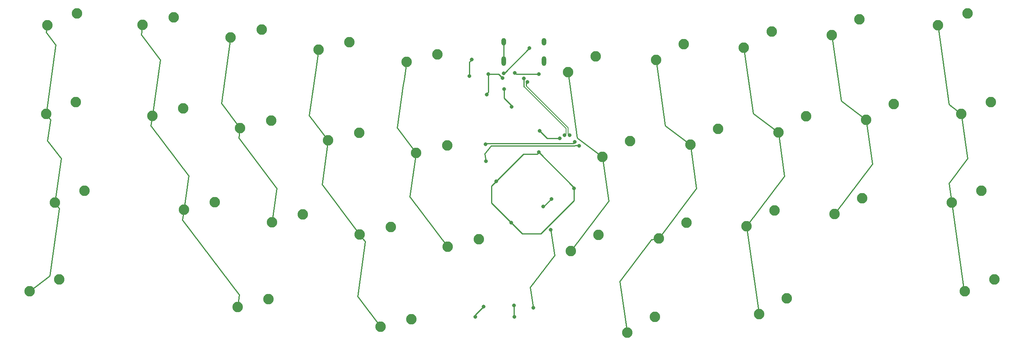
<source format=gbr>
%TF.GenerationSoftware,KiCad,Pcbnew,(5.1.6-0-10_14)*%
%TF.CreationDate,2021-08-16T20:21:43-05:00*%
%TF.ProjectId,Adalyn,4164616c-796e-42e6-9b69-6361645f7063,rev?*%
%TF.SameCoordinates,Original*%
%TF.FileFunction,Copper,L1,Top*%
%TF.FilePolarity,Positive*%
%FSLAX46Y46*%
G04 Gerber Fmt 4.6, Leading zero omitted, Abs format (unit mm)*
G04 Created by KiCad (PCBNEW (5.1.6-0-10_14)) date 2021-08-16 20:21:43*
%MOMM*%
%LPD*%
G01*
G04 APERTURE LIST*
%TA.AperFunction,ComponentPad*%
%ADD10C,2.250000*%
%TD*%
%TA.AperFunction,ComponentPad*%
%ADD11O,1.000000X2.100000*%
%TD*%
%TA.AperFunction,ComponentPad*%
%ADD12O,1.000000X1.600000*%
%TD*%
%TA.AperFunction,ViaPad*%
%ADD13C,0.800000*%
%TD*%
%TA.AperFunction,Conductor*%
%ADD14C,0.250000*%
%TD*%
%TA.AperFunction,Conductor*%
%ADD15C,0.200000*%
%TD*%
G04 APERTURE END LIST*
D10*
%TO.P,MX19,2*%
%TO.N,Net-(D116-Pad1)*%
X121476247Y-113186426D03*
%TO.P,MX19,1*%
%TO.N,Col3*%
X114834545Y-114817958D03*
%TD*%
%TO.P,MX26,2*%
%TO.N,Net-(D116-Pad2)*%
X173677038Y-112629259D03*
%TO.P,MX26,1*%
%TO.N,Col6*%
X167742335Y-116028289D03*
%TD*%
D11*
%TO.P,USB101,13*%
%TO.N,Earth*%
X141284099Y-57750796D03*
X149924099Y-57750796D03*
D12*
X141284099Y-53570796D03*
X149924099Y-53570796D03*
%TD*%
D10*
%TO.P,MX30,2*%
%TO.N,Net-(D117-Pad1)*%
X201973943Y-108652387D03*
%TO.P,MX30,1*%
%TO.N,Col7*%
X196039240Y-112051417D03*
%TD*%
%TO.P,MX38,2*%
%TO.N,Net-(D114-Pad2)*%
X243693100Y-85525798D03*
%TO.P,MX38,1*%
%TO.N,Col9*%
X237343100Y-88065798D03*
%TD*%
%TO.P,MX37,2*%
%TO.N,Net-(D110-Pad2)*%
X245788600Y-66475795D03*
%TO.P,MX37,1*%
%TO.N,Col9*%
X239438600Y-69015795D03*
%TD*%
%TO.P,MX36,2*%
%TO.N,Net-(D105-Pad2)*%
X240740348Y-47425797D03*
%TO.P,MX36,1*%
%TO.N,Col9*%
X234390348Y-49965797D03*
%TD*%
%TO.P,MX35,2*%
%TO.N,Net-(D117-Pad2)*%
X246550597Y-104575797D03*
%TO.P,MX35,1*%
%TO.N,Col9*%
X240200597Y-107115797D03*
%TD*%
%TO.P,MX34,2*%
%TO.N,Net-(D114-Pad1)*%
X218187304Y-87136535D03*
%TO.P,MX34,1*%
%TO.N,Col8*%
X212252601Y-90535565D03*
%TD*%
%TO.P,MX33,2*%
%TO.N,Net-(D110-Pad1)*%
X224968359Y-66946306D03*
%TO.P,MX33,1*%
%TO.N,Col8*%
X219033656Y-70345336D03*
%TD*%
%TO.P,MX32,2*%
%TO.N,Net-(D105-Pad1)*%
X217600962Y-48744509D03*
%TO.P,MX32,1*%
%TO.N,Col8*%
X211666259Y-52143539D03*
%TD*%
%TO.P,MX29,2*%
%TO.N,Net-(D113-Pad2)*%
X199322700Y-89787778D03*
%TO.P,MX29,1*%
%TO.N,Col7*%
X193387997Y-93186808D03*
%TD*%
%TO.P,MX28,2*%
%TO.N,Net-(D109-Pad2)*%
X206103750Y-69597552D03*
%TO.P,MX28,1*%
%TO.N,Col7*%
X200169047Y-72996582D03*
%TD*%
%TO.P,MX27,2*%
%TO.N,Net-(D104-Pad2)*%
X198736352Y-51395753D03*
%TO.P,MX27,1*%
%TO.N,Col7*%
X192801649Y-54794783D03*
%TD*%
%TO.P,MX25,2*%
%TO.N,Net-(D113-Pad1)*%
X180458090Y-92439030D03*
%TO.P,MX25,1*%
%TO.N,Col6*%
X174523387Y-95838060D03*
%TD*%
%TO.P,MX24,2*%
%TO.N,Net-(D109-Pad1)*%
X187239146Y-72248801D03*
%TO.P,MX24,1*%
%TO.N,Col6*%
X181304443Y-75647831D03*
%TD*%
%TO.P,MX23,2*%
%TO.N,Net-(D104-Pad1)*%
X179871751Y-54047006D03*
%TO.P,MX23,1*%
%TO.N,Col6*%
X173937048Y-57446036D03*
%TD*%
%TO.P,MX22,2*%
%TO.N,Net-(D118-Pad2)*%
X161593486Y-95090275D03*
%TO.P,MX22,1*%
%TO.N,Col5*%
X155658783Y-98489305D03*
%TD*%
%TO.P,MX21,2*%
%TO.N,Net-(D108-Pad2)*%
X168374538Y-74900047D03*
%TO.P,MX21,1*%
%TO.N,Col5*%
X162439835Y-78299077D03*
%TD*%
%TO.P,MX20,2*%
%TO.N,Net-(D103-Pad2)*%
X161007141Y-56698250D03*
%TO.P,MX20,1*%
%TO.N,Col5*%
X155072438Y-60097280D03*
%TD*%
%TO.P,MX18,2*%
%TO.N,Net-(D118-Pad1)*%
X135917872Y-95978849D03*
%TO.P,MX18,1*%
%TO.N,Col4*%
X129276170Y-97610381D03*
%TD*%
%TO.P,MX17,2*%
%TO.N,Net-(D108-Pad1)*%
X129136816Y-75788624D03*
%TO.P,MX17,1*%
%TO.N,Col4*%
X122495114Y-77420156D03*
%TD*%
%TO.P,MX16,2*%
%TO.N,Net-(D103-Pad1)*%
X127071913Y-56261201D03*
%TO.P,MX16,1*%
%TO.N,Col4*%
X120430211Y-57892733D03*
%TD*%
%TO.P,MX15,2*%
%TO.N,Net-(D115-Pad2)*%
X90821260Y-108878154D03*
%TO.P,MX15,1*%
%TO.N,Col1*%
X84179558Y-110509686D03*
%TD*%
%TO.P,MX13,2*%
%TO.N,Net-(D112-Pad2)*%
X117053264Y-93327605D03*
%TO.P,MX13,1*%
%TO.N,Col3*%
X110411562Y-94959137D03*
%TD*%
%TO.P,MX12,2*%
%TO.N,Net-(D107-Pad2)*%
X110272212Y-73137372D03*
%TO.P,MX12,1*%
%TO.N,Col3*%
X103630510Y-74768904D03*
%TD*%
%TO.P,MX11,2*%
%TO.N,Net-(D102-Pad2)*%
X108207306Y-53609953D03*
%TO.P,MX11,1*%
%TO.N,Col3*%
X101565604Y-55241485D03*
%TD*%
%TO.P,MX10,2*%
%TO.N,Net-(D115-Pad1)*%
X45954097Y-104575795D03*
%TO.P,MX10,1*%
%TO.N,Col0*%
X39604097Y-107115795D03*
%TD*%
%TO.P,MX9,2*%
%TO.N,Net-(D112-Pad1)*%
X98188657Y-90676359D03*
%TO.P,MX9,1*%
%TO.N,Col2*%
X91546955Y-92307891D03*
%TD*%
%TO.P,MX8,2*%
%TO.N,Net-(D107-Pad1)*%
X91407604Y-70486128D03*
%TO.P,MX8,1*%
%TO.N,Col2*%
X84765902Y-72117660D03*
%TD*%
%TO.P,MX7,2*%
%TO.N,Net-(D102-Pad1)*%
X89342699Y-50958710D03*
%TO.P,MX7,1*%
%TO.N,Col2*%
X82700997Y-52590242D03*
%TD*%
%TO.P,MX6,2*%
%TO.N,Net-(D111-Pad2)*%
X79324053Y-88025105D03*
%TO.P,MX6,1*%
%TO.N,Col1*%
X72682351Y-89656637D03*
%TD*%
%TO.P,MX5,2*%
%TO.N,Net-(D106-Pad2)*%
X72542998Y-67834877D03*
%TO.P,MX5,1*%
%TO.N,Col1*%
X65901296Y-69466409D03*
%TD*%
%TO.P,MX4,2*%
%TO.N,Net-(D101-Pad2)*%
X70478093Y-48307457D03*
%TO.P,MX4,1*%
%TO.N,Col1*%
X63836391Y-49938989D03*
%TD*%
%TO.P,MX3,2*%
%TO.N,Net-(D111-Pad1)*%
X51383349Y-85525792D03*
%TO.P,MX3,1*%
%TO.N,Col0*%
X45033349Y-88065792D03*
%TD*%
%TO.P,MX2,2*%
%TO.N,Net-(D106-Pad1)*%
X49478345Y-66475792D03*
%TO.P,MX2,1*%
%TO.N,Col0*%
X43128345Y-69015792D03*
%TD*%
%TO.P,MX1,2*%
%TO.N,Net-(D101-Pad1)*%
X49764098Y-47425797D03*
%TO.P,MX1,1*%
%TO.N,Col0*%
X43414098Y-49965797D03*
%TD*%
D13*
%TO.N,ROW0*%
X133918407Y-60969271D03*
X134456947Y-57398883D03*
%TO.N,ROW1*%
X137368195Y-75545004D03*
X156492530Y-75105706D03*
%TO.N,Net-(D108-Pad2)*%
X137464393Y-79211940D03*
X157416878Y-75906883D03*
%TO.N,ROW3*%
X151391557Y-93975261D03*
X147610737Y-110744746D03*
%TO.N,+5V*%
X148818096Y-77309779D03*
X139715202Y-83509284D03*
X156358084Y-85027401D03*
X142873276Y-92416210D03*
X149731276Y-88987210D03*
X151509276Y-87336207D03*
X141360828Y-63686512D03*
X142999578Y-67517762D03*
%TO.N,GND*%
X136986490Y-110478663D03*
X135208491Y-112637664D03*
X143463491Y-110224663D03*
X143590491Y-112637664D03*
X148799578Y-60517762D03*
X143659578Y-60217762D03*
X141069578Y-61347762D03*
X138009578Y-60467762D03*
X137659578Y-64947762D03*
X148989578Y-72717762D03*
X153279578Y-74307762D03*
%TO.N,D+*%
X155404578Y-73667762D03*
X146354099Y-62163241D03*
%TO.N,D-*%
X154354578Y-73667762D03*
X145614578Y-61422762D03*
%TO.N,VBUS*%
X146819578Y-54957762D03*
X141247078Y-60320262D03*
%TD*%
D14*
%TO.N,ROW0*%
X133918407Y-60969271D02*
X133918407Y-57937423D01*
X133918407Y-57937423D02*
X134456947Y-57398883D01*
%TO.N,ROW1*%
X137514989Y-75398208D02*
X156200026Y-75398210D01*
X156200026Y-75398210D02*
X156492530Y-75105706D01*
X137368195Y-75545004D02*
X137514989Y-75398208D01*
%TO.N,Net-(D108-Pad2)*%
X157246110Y-75778199D02*
X157416878Y-75906883D01*
X137244305Y-77645927D02*
X138555276Y-75906210D01*
X137464393Y-79211940D02*
X137244305Y-77645927D01*
X138555276Y-75906210D02*
X156335276Y-75906210D01*
X156335276Y-75906210D02*
X157246110Y-75778199D01*
%TO.N,ROW3*%
X146992112Y-106343004D02*
X147610737Y-110744746D01*
X152164972Y-99478388D02*
X146992112Y-106343004D01*
X151391557Y-93975261D02*
X152164972Y-99478388D01*
%TO.N,+5V*%
X139715202Y-83509284D02*
X145540273Y-77684208D01*
X148443668Y-77684209D02*
X148818096Y-77309779D01*
X145540273Y-77684208D02*
X148443668Y-77684209D01*
X156358085Y-84849770D02*
X156358084Y-85027401D01*
X148818096Y-77309779D02*
X156358085Y-84849770D01*
X138682276Y-88225210D02*
X142873276Y-92416210D01*
X138682274Y-84542212D02*
X138682276Y-88225210D01*
X139715202Y-83509284D02*
X138682274Y-84542212D01*
X145286274Y-94829208D02*
X142873276Y-92416210D01*
X149223276Y-94829209D02*
X145286274Y-94829208D01*
X156358085Y-87694399D02*
X149223276Y-94829209D01*
X156358084Y-85027401D02*
X156358085Y-87694399D01*
X149858276Y-88987210D02*
X151509276Y-87336207D01*
X149731276Y-88987210D02*
X149858276Y-88987210D01*
X141360828Y-63686512D02*
X141360828Y-65679012D01*
X142999578Y-67317762D02*
X142999578Y-67517762D01*
X141360828Y-65679012D02*
X142999578Y-67317762D01*
%TO.N,Col0*%
X45208302Y-54216130D02*
X43128346Y-69015793D01*
X43192673Y-51541303D02*
X45208302Y-54216130D01*
X43414100Y-49965793D02*
X43192673Y-51541303D01*
X44085828Y-70286415D02*
X43450854Y-74804485D01*
X43128346Y-69015793D02*
X44085828Y-70286415D01*
X46355397Y-78658938D02*
X45033348Y-88065794D01*
X43450854Y-74804485D02*
X46355397Y-78658938D01*
X43952635Y-103838941D02*
X39604099Y-107115794D01*
X45990832Y-89336413D02*
X43952635Y-103838941D01*
X45033348Y-88065794D02*
X45990832Y-89336413D01*
%TO.N,Col1*%
X67588845Y-57458890D02*
X65901296Y-69466413D01*
X63535502Y-52079925D02*
X67588845Y-57458890D01*
X63836391Y-49938991D02*
X63535502Y-52079925D01*
X73707086Y-82365269D02*
X72682350Y-89656640D01*
X65600408Y-71607345D02*
X73707086Y-82365269D01*
X65901296Y-69466413D02*
X65600408Y-71607345D01*
X84541482Y-107934464D02*
X84179559Y-110509680D01*
X72381463Y-91797573D02*
X84541482Y-107934464D01*
X72682350Y-89656640D02*
X72381463Y-91797573D01*
%TO.N,Col2*%
X80712560Y-66738688D02*
X84765899Y-72117658D01*
X92571692Y-85016516D02*
X91546957Y-92307887D01*
X84465012Y-74258592D02*
X92571692Y-85016516D01*
X84765899Y-72117658D02*
X84465012Y-74258592D01*
X82700996Y-52590239D02*
X82176690Y-56320878D01*
X82176690Y-56320878D02*
X80712560Y-66738688D01*
%TO.N,Col3*%
X99577169Y-69389940D02*
X103630507Y-74768905D01*
X102304884Y-84201207D02*
X110411560Y-94959136D01*
X103630507Y-74768905D02*
X102304884Y-84201207D01*
X111574497Y-96502403D02*
X109917472Y-108292783D01*
X109917472Y-108292783D02*
X114834545Y-114817961D01*
X110411560Y-94959136D02*
X111574497Y-96502403D01*
X101565604Y-55241486D02*
X101041297Y-58972128D01*
X101041297Y-58972128D02*
X99577169Y-69389940D01*
%TO.N,Col4*%
X120430210Y-57892736D02*
X119905905Y-61623377D01*
X122495115Y-77420153D02*
X121169491Y-86852455D01*
X119905905Y-61623377D02*
X119729155Y-62881015D01*
X119729155Y-62881015D02*
X118441775Y-72041192D01*
X118441775Y-72041192D02*
X122495115Y-77420153D01*
X121169491Y-86852455D02*
X129276172Y-97610383D01*
%TO.N,Col5*%
X157060875Y-74245740D02*
X162439834Y-78299076D01*
X155072439Y-60097278D02*
X157060875Y-74245740D01*
X163765458Y-87731383D02*
X155658782Y-98489305D01*
X162439834Y-78299076D02*
X163765458Y-87731383D01*
%TO.N,Col6*%
X175925485Y-71594495D02*
X181304442Y-75647834D01*
X173937048Y-57446037D02*
X175925485Y-71594495D01*
X166195283Y-105020483D02*
X167742333Y-116028288D01*
X172947879Y-96059484D02*
X166195283Y-105020483D01*
X174523388Y-95838059D02*
X172947879Y-96059484D01*
X182629568Y-85076586D02*
X174522887Y-95834513D01*
X174522887Y-95834513D02*
X174523388Y-95838059D01*
X181304442Y-75647834D02*
X182629568Y-85076586D01*
%TO.N,Col7*%
X194790087Y-68943243D02*
X200169049Y-72996583D01*
X192801651Y-54794783D02*
X194790087Y-68943243D01*
X201494673Y-82428884D02*
X193387995Y-93186808D01*
X200169049Y-72996583D02*
X201494673Y-82428884D01*
X196039243Y-112051417D02*
X196039242Y-112051418D01*
X193387995Y-93186808D02*
X196039243Y-112051417D01*
%TO.N,Col8*%
X213654696Y-66291996D02*
X219033653Y-70345336D01*
X211666257Y-52143537D02*
X213654696Y-66291996D01*
X220359281Y-79777639D02*
X212252601Y-90535562D01*
X219033653Y-70345336D02*
X220359281Y-79777639D01*
%TO.N,Col9*%
X236786813Y-67017535D02*
X239438597Y-69015795D01*
X234390348Y-49965799D02*
X236786813Y-67017535D01*
X236761867Y-83930099D02*
X237343102Y-88065796D01*
X240784441Y-78591960D02*
X236761867Y-83930099D01*
X239438597Y-69015795D02*
X240784441Y-78591960D01*
X239999058Y-106963928D02*
X240200595Y-107115797D01*
X237343102Y-88065796D02*
X239999058Y-106963928D01*
%TO.N,GND*%
X135208491Y-112256664D02*
X135208491Y-112637664D01*
X136986490Y-110478663D02*
X135208491Y-112256664D01*
X143463491Y-110224663D02*
X143463491Y-112510664D01*
X143463491Y-112510664D02*
X143590491Y-112637664D01*
X143959578Y-60517762D02*
X143659578Y-60217762D01*
X148799578Y-60517762D02*
X143959578Y-60517762D01*
X140189578Y-60467762D02*
X138009578Y-60467762D01*
X141069578Y-61347762D02*
X140189578Y-60467762D01*
X138009578Y-60467762D02*
X138009578Y-64367762D01*
X137659578Y-64717762D02*
X137659578Y-64947762D01*
X138009578Y-64367762D02*
X137659578Y-64717762D01*
X150579578Y-74307762D02*
X153279578Y-74307762D01*
X148989578Y-72717762D02*
X150579578Y-74307762D01*
D15*
%TO.N,D+*%
X155104578Y-73367762D02*
X155104578Y-72044562D01*
X155104578Y-72044562D02*
X146114578Y-63054562D01*
X155404578Y-73667762D02*
X155104578Y-73367762D01*
D14*
X146114578Y-62402762D02*
X146354099Y-62163241D01*
X146114578Y-63054562D02*
X146114578Y-62402762D01*
D15*
%TO.N,D-*%
X154654578Y-73367762D02*
X154654578Y-72230962D01*
X154354578Y-73667762D02*
X154654578Y-73367762D01*
X154654578Y-72230962D02*
X145664578Y-63240962D01*
D14*
X145614578Y-63190962D02*
X145614578Y-61422762D01*
X145664578Y-63240962D02*
X145614578Y-63190962D01*
%TO.N,VBUS*%
X146819578Y-54957762D02*
X141457078Y-60320262D01*
X141457078Y-60320262D02*
X141247078Y-60320262D01*
%TO.N,Earth*%
X141284099Y-57750796D02*
X141284099Y-53570796D01*
%TD*%
M02*

</source>
